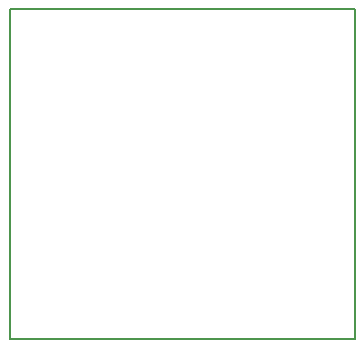
<source format=gbr>
%FSLAX46Y46*%
G04 Gerber Fmt 4.6, Leading zero omitted, Abs format (unit mm)*
G04 Created by KiCad (PCBNEW (2014-09-18 BZR 5141)-product) date Pá 19. září 2014, 20:54:54 CEST*
%MOMM*%
G01*
G04 APERTURE LIST*
%ADD10C,0.100000*%
%ADD11C,0.150000*%
G04 APERTURE END LIST*
D10*
D11*
X201930000Y-107950000D02*
X201930000Y-80010000D01*
X172720000Y-107950000D02*
X201930000Y-107950000D01*
X172720000Y-80010000D02*
X172720000Y-107950000D01*
X201930000Y-80010000D02*
X172720000Y-80010000D01*
M02*

</source>
